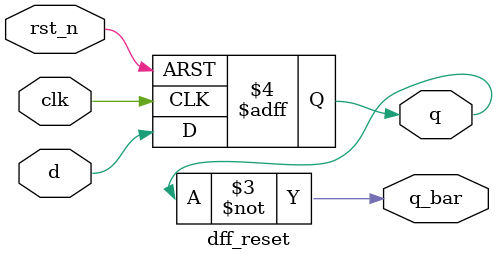
<source format=v>
module sequence_detector2 (
  input x,clk, rst_n,
  output y, qa, qb, qa_bar, qb_bar
   );
   
  wire d_qa, d_qb;

  assign d_qa = (~x & ~qa) | (qb);        
  assign d_qb = (~x & qa)  | (~x & qb);     

  dff_reset dff0(.d(d_qa), .clk(clk), .rst_n(rst_n), .q(qa), .q_bar(qa_bar));
  dff_reset dff1(.d(d_qb), .clk(clk), .rst_n(rst_n), .q(qb), .q_bar(qb_bar));

  assign y = qb;
endmodule

module dff_reset (
  input d,clk, rst_n,
  output reg  q,
  output q_bar
);
  always @(posedge clk or negedge rst_n) begin
    if (!rst_n) q <= 1'b0;
    else q <= d;
  end
  assign q_bar = ~q;
endmodule
</source>
